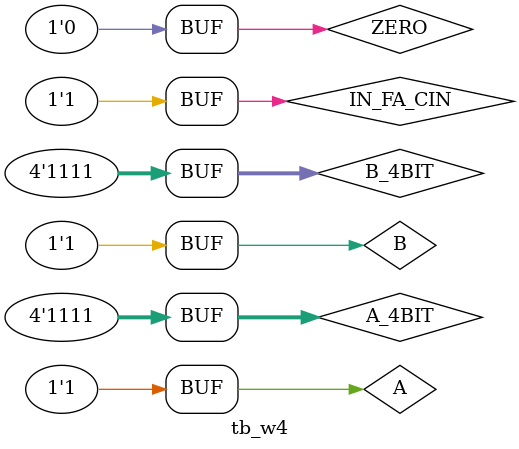
<source format=v>
`timescale 1ns/1ns

module tb_w4;
	reg A, B;

	//input for full adders
	reg IN_FA_CIN;
 
	//output for half adders
	wire OUT_HA_D_SUM, OUT_HA_D_CARRY; //dataflow modeling
	wire OUT_HA_B_SUM, OUT_HA_B_CARRY; //behavioral modeling
	wire OUT_HA_G_SUM, OUT_HA_G_CARRY; //gate-level modeling

	//wires for full adders
	wire OUT_FA_B_SUM, OUT_FA_B_COUT; //behavioral modeling
	wire OUT_FA_D_SUM, OUT_FA_D_COUT; //dataflow modeling
	wire OUT_FA_G_SUM, OUT_FA_G_COUT; //gate-level modeling

	//input for four bit full adder
	reg [3:0] A_4BIT, B_4BIT;
	reg ZERO;
	
	//output for four bit full adder
	wire [3:0] OUT_FA_SUM;
	wire OUT_FA_COUT;
	
	
	half_adder_dataflow_module half_adder_dataflow(.a(A), .b(B), .sum(OUT_HA_D_SUM), .carry(OUT_HA_D_CARRY));
	half_adder_behavioral_module half_adder_behavioral(.a(A), .b(B), .sum(OUT_HA_B_SUM), .carry(OUT_HA_B_CARRY));
	half_adder_gatelevel_module half_adder_gatelevel(.a(A), .b(B), .sum(OUT_HA_G_SUM), .carry(OUT_HA_G_CARRY));

	full_adder_behavioral_module full_adder_behavioral(.a(A), .b(B), .cin(IN_FA_CIN), .sum(OUT_FA_B_SUM), .cout(OUT_FA_B_COUT));
	full_adder_dataflow_module full_adder_dataflow(.a(A), .b(B), .cin(IN_FA_CIN), .sum(OUT_FA_D_SUM), .cout(OUT_FA_D_COUT));
	full_adder_gatelevel_module full_adder_gatelevel(.a(A), .b(B), .cin(IN_FA_CIN), .sum(OUT_FA_G_SUM), .cout(OUT_FA_G_COUT));

	four_bit_full_adder_module four_bit_full_adder (.a(A_4BIT), .b(B_4BIT), .cin(ZERO), .sum(OUT_FA_SUM), .cout(OUT_FA_COUT));

	initial 
	begin
		 A = 1'b0; B = 1'b0; IN_FA_CIN = 1'b0; ZERO = 1'b0; A_4BIT = 4'b0000; B_4BIT = 4'b0000;
	 
		 #10 A = 1'b0; B = 1'b0; IN_FA_CIN = 1'b1; A_4BIT = 4'b0001; B_4BIT = 4'b0000;
		 #10 A = 1'b0; B = 1'b1; IN_FA_CIN = 1'b0; A_4BIT = 4'b0110; B_4BIT = 4'b0001;
	   #10 A = 1'b0; B = 1'b1; IN_FA_CIN = 1'b1;	A_4BIT = 4'b0101; B_4BIT = 4'b0111;	
		 #10 A = 1'b1; B = 1'b0; IN_FA_CIN = 1'b0;	A_4BIT = 4'b1100; B_4BIT = 4'b0110;	 
		 #10 A = 1'b1; B = 1'b0; IN_FA_CIN = 1'b1; A_4BIT = 4'b0111; B_4BIT = 4'b1101;
		 #10 A = 1'b1; B = 1'b1; IN_FA_CIN = 1'b0; A_4BIT = 4'b1110; B_4BIT = 4'b0101;
	   #10 A = 1'b1; B = 1'b1; IN_FA_CIN = 1'b1; A_4BIT = 4'b1111; B_4BIT = 4'b1111;

	end
	
	
endmodule
</source>
